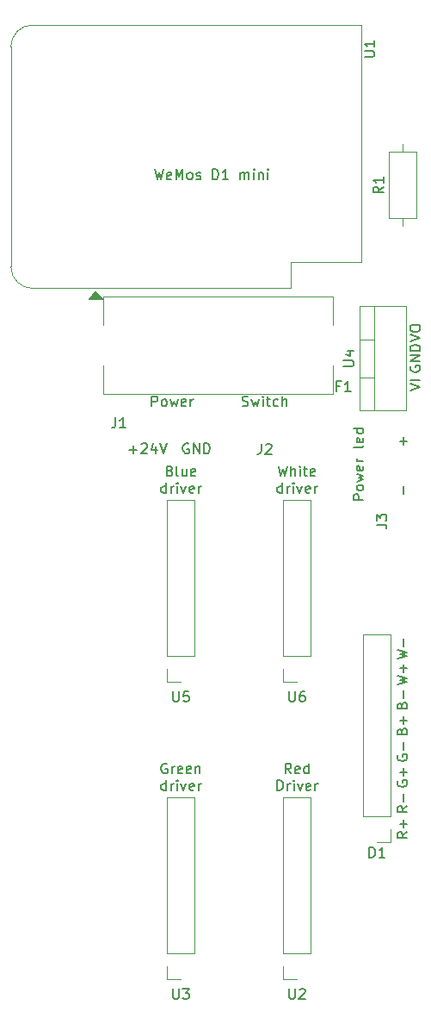
<source format=gto>
%TF.GenerationSoftware,KiCad,Pcbnew,(5.1.10)-1*%
%TF.CreationDate,2021-07-28T16:14:29+02:00*%
%TF.ProjectId,LEDBeam,4c454442-6561-46d2-9e6b-696361645f70,rev?*%
%TF.SameCoordinates,Original*%
%TF.FileFunction,Legend,Top*%
%TF.FilePolarity,Positive*%
%FSLAX46Y46*%
G04 Gerber Fmt 4.6, Leading zero omitted, Abs format (unit mm)*
G04 Created by KiCad (PCBNEW (5.1.10)-1) date 2021-07-28 16:14:29*
%MOMM*%
%LPD*%
G01*
G04 APERTURE LIST*
%ADD10C,0.150000*%
%ADD11C,0.120000*%
%ADD12O,1.700000X1.700000*%
%ADD13R,1.700000X1.700000*%
%ADD14O,2.000000X1.905000*%
%ADD15R,2.000000X1.905000*%
%ADD16O,1.600000X1.600000*%
%ADD17C,1.600000*%
%ADD18O,1.600000X2.000000*%
%ADD19R,2.000000X2.000000*%
%ADD20C,2.300000*%
%ADD21C,3.000000*%
G04 APERTURE END LIST*
D10*
X14748095Y-92273428D02*
X15510000Y-92273428D01*
X15129047Y-92654380D02*
X15129047Y-91892476D01*
X15938571Y-91749619D02*
X15986190Y-91702000D01*
X16081428Y-91654380D01*
X16319523Y-91654380D01*
X16414761Y-91702000D01*
X16462380Y-91749619D01*
X16510000Y-91844857D01*
X16510000Y-91940095D01*
X16462380Y-92082952D01*
X15890952Y-92654380D01*
X16510000Y-92654380D01*
X17367142Y-91987714D02*
X17367142Y-92654380D01*
X17129047Y-91606761D02*
X16890952Y-92321047D01*
X17510000Y-92321047D01*
X17748095Y-91654380D02*
X18081428Y-92654380D01*
X18414761Y-91654380D01*
X20574095Y-91702000D02*
X20478857Y-91654380D01*
X20336000Y-91654380D01*
X20193142Y-91702000D01*
X20097904Y-91797238D01*
X20050285Y-91892476D01*
X20002666Y-92082952D01*
X20002666Y-92225809D01*
X20050285Y-92416285D01*
X20097904Y-92511523D01*
X20193142Y-92606761D01*
X20336000Y-92654380D01*
X20431238Y-92654380D01*
X20574095Y-92606761D01*
X20621714Y-92559142D01*
X20621714Y-92225809D01*
X20431238Y-92225809D01*
X21050285Y-92654380D02*
X21050285Y-91654380D01*
X21621714Y-92654380D01*
X21621714Y-91654380D01*
X22097904Y-92654380D02*
X22097904Y-91654380D01*
X22336000Y-91654380D01*
X22478857Y-91702000D01*
X22574095Y-91797238D01*
X22621714Y-91892476D01*
X22669333Y-92082952D01*
X22669333Y-92225809D01*
X22621714Y-92416285D01*
X22574095Y-92511523D01*
X22478857Y-92606761D01*
X22336000Y-92654380D01*
X22097904Y-92654380D01*
X41727428Y-91820952D02*
X41727428Y-91059047D01*
X42108380Y-91440000D02*
X41346476Y-91440000D01*
X41727428Y-96646952D02*
X41727428Y-95885047D01*
X42426000Y-84073904D02*
X42378380Y-84169142D01*
X42378380Y-84312000D01*
X42426000Y-84454857D01*
X42521238Y-84550095D01*
X42616476Y-84597714D01*
X42806952Y-84645333D01*
X42949809Y-84645333D01*
X43140285Y-84597714D01*
X43235523Y-84550095D01*
X43330761Y-84454857D01*
X43378380Y-84312000D01*
X43378380Y-84216761D01*
X43330761Y-84073904D01*
X43283142Y-84026285D01*
X42949809Y-84026285D01*
X42949809Y-84216761D01*
X43378380Y-83597714D02*
X42378380Y-83597714D01*
X43378380Y-83026285D01*
X42378380Y-83026285D01*
X43378380Y-82550095D02*
X42378380Y-82550095D01*
X42378380Y-82312000D01*
X42426000Y-82169142D01*
X42521238Y-82073904D01*
X42616476Y-82026285D01*
X42806952Y-81978666D01*
X42949809Y-81978666D01*
X43140285Y-82026285D01*
X43235523Y-82073904D01*
X43330761Y-82169142D01*
X43378380Y-82312000D01*
X43378380Y-82550095D01*
X42378380Y-81629142D02*
X43378380Y-81295809D01*
X42378380Y-80962476D01*
X42378380Y-80438666D02*
X42378380Y-80248190D01*
X42426000Y-80152952D01*
X42521238Y-80057714D01*
X42711714Y-80010095D01*
X43045047Y-80010095D01*
X43235523Y-80057714D01*
X43330761Y-80152952D01*
X43378380Y-80248190D01*
X43378380Y-80438666D01*
X43330761Y-80533904D01*
X43235523Y-80629142D01*
X43045047Y-80676761D01*
X42711714Y-80676761D01*
X42521238Y-80629142D01*
X42426000Y-80533904D01*
X42378380Y-80438666D01*
X42378380Y-86423428D02*
X43378380Y-86090095D01*
X42378380Y-85756761D01*
X43378380Y-85423428D02*
X42378380Y-85423428D01*
X17240952Y-64730380D02*
X17479047Y-65730380D01*
X17669523Y-65016095D01*
X17860000Y-65730380D01*
X18098095Y-64730380D01*
X18860000Y-65682761D02*
X18764761Y-65730380D01*
X18574285Y-65730380D01*
X18479047Y-65682761D01*
X18431428Y-65587523D01*
X18431428Y-65206571D01*
X18479047Y-65111333D01*
X18574285Y-65063714D01*
X18764761Y-65063714D01*
X18860000Y-65111333D01*
X18907619Y-65206571D01*
X18907619Y-65301809D01*
X18431428Y-65397047D01*
X19336190Y-65730380D02*
X19336190Y-64730380D01*
X19669523Y-65444666D01*
X20002857Y-64730380D01*
X20002857Y-65730380D01*
X20621904Y-65730380D02*
X20526666Y-65682761D01*
X20479047Y-65635142D01*
X20431428Y-65539904D01*
X20431428Y-65254190D01*
X20479047Y-65158952D01*
X20526666Y-65111333D01*
X20621904Y-65063714D01*
X20764761Y-65063714D01*
X20860000Y-65111333D01*
X20907619Y-65158952D01*
X20955238Y-65254190D01*
X20955238Y-65539904D01*
X20907619Y-65635142D01*
X20860000Y-65682761D01*
X20764761Y-65730380D01*
X20621904Y-65730380D01*
X21336190Y-65682761D02*
X21431428Y-65730380D01*
X21621904Y-65730380D01*
X21717142Y-65682761D01*
X21764761Y-65587523D01*
X21764761Y-65539904D01*
X21717142Y-65444666D01*
X21621904Y-65397047D01*
X21479047Y-65397047D01*
X21383809Y-65349428D01*
X21336190Y-65254190D01*
X21336190Y-65206571D01*
X21383809Y-65111333D01*
X21479047Y-65063714D01*
X21621904Y-65063714D01*
X21717142Y-65111333D01*
X22955238Y-65730380D02*
X22955238Y-64730380D01*
X23193333Y-64730380D01*
X23336190Y-64778000D01*
X23431428Y-64873238D01*
X23479047Y-64968476D01*
X23526666Y-65158952D01*
X23526666Y-65301809D01*
X23479047Y-65492285D01*
X23431428Y-65587523D01*
X23336190Y-65682761D01*
X23193333Y-65730380D01*
X22955238Y-65730380D01*
X24479047Y-65730380D02*
X23907619Y-65730380D01*
X24193333Y-65730380D02*
X24193333Y-64730380D01*
X24098095Y-64873238D01*
X24002857Y-64968476D01*
X23907619Y-65016095D01*
X25669523Y-65730380D02*
X25669523Y-65063714D01*
X25669523Y-65158952D02*
X25717142Y-65111333D01*
X25812380Y-65063714D01*
X25955238Y-65063714D01*
X26050476Y-65111333D01*
X26098095Y-65206571D01*
X26098095Y-65730380D01*
X26098095Y-65206571D02*
X26145714Y-65111333D01*
X26240952Y-65063714D01*
X26383809Y-65063714D01*
X26479047Y-65111333D01*
X26526666Y-65206571D01*
X26526666Y-65730380D01*
X27002857Y-65730380D02*
X27002857Y-65063714D01*
X27002857Y-64730380D02*
X26955238Y-64778000D01*
X27002857Y-64825619D01*
X27050476Y-64778000D01*
X27002857Y-64730380D01*
X27002857Y-64825619D01*
X27479047Y-65063714D02*
X27479047Y-65730380D01*
X27479047Y-65158952D02*
X27526666Y-65111333D01*
X27621904Y-65063714D01*
X27764761Y-65063714D01*
X27860000Y-65111333D01*
X27907619Y-65206571D01*
X27907619Y-65730380D01*
X28383809Y-65730380D02*
X28383809Y-65063714D01*
X28383809Y-64730380D02*
X28336190Y-64778000D01*
X28383809Y-64825619D01*
X28431428Y-64778000D01*
X28383809Y-64730380D01*
X28383809Y-64825619D01*
X18740571Y-94353571D02*
X18883428Y-94401190D01*
X18931047Y-94448809D01*
X18978666Y-94544047D01*
X18978666Y-94686904D01*
X18931047Y-94782142D01*
X18883428Y-94829761D01*
X18788190Y-94877380D01*
X18407238Y-94877380D01*
X18407238Y-93877380D01*
X18740571Y-93877380D01*
X18835809Y-93925000D01*
X18883428Y-93972619D01*
X18931047Y-94067857D01*
X18931047Y-94163095D01*
X18883428Y-94258333D01*
X18835809Y-94305952D01*
X18740571Y-94353571D01*
X18407238Y-94353571D01*
X19550095Y-94877380D02*
X19454857Y-94829761D01*
X19407238Y-94734523D01*
X19407238Y-93877380D01*
X20359619Y-94210714D02*
X20359619Y-94877380D01*
X19931047Y-94210714D02*
X19931047Y-94734523D01*
X19978666Y-94829761D01*
X20073904Y-94877380D01*
X20216761Y-94877380D01*
X20312000Y-94829761D01*
X20359619Y-94782142D01*
X21216761Y-94829761D02*
X21121523Y-94877380D01*
X20931047Y-94877380D01*
X20835809Y-94829761D01*
X20788190Y-94734523D01*
X20788190Y-94353571D01*
X20835809Y-94258333D01*
X20931047Y-94210714D01*
X21121523Y-94210714D01*
X21216761Y-94258333D01*
X21264380Y-94353571D01*
X21264380Y-94448809D01*
X20788190Y-94544047D01*
X18359619Y-96527380D02*
X18359619Y-95527380D01*
X18359619Y-96479761D02*
X18264380Y-96527380D01*
X18073904Y-96527380D01*
X17978666Y-96479761D01*
X17931047Y-96432142D01*
X17883428Y-96336904D01*
X17883428Y-96051190D01*
X17931047Y-95955952D01*
X17978666Y-95908333D01*
X18073904Y-95860714D01*
X18264380Y-95860714D01*
X18359619Y-95908333D01*
X18835809Y-96527380D02*
X18835809Y-95860714D01*
X18835809Y-96051190D02*
X18883428Y-95955952D01*
X18931047Y-95908333D01*
X19026285Y-95860714D01*
X19121523Y-95860714D01*
X19454857Y-96527380D02*
X19454857Y-95860714D01*
X19454857Y-95527380D02*
X19407238Y-95575000D01*
X19454857Y-95622619D01*
X19502476Y-95575000D01*
X19454857Y-95527380D01*
X19454857Y-95622619D01*
X19835809Y-95860714D02*
X20073904Y-96527380D01*
X20312000Y-95860714D01*
X21073904Y-96479761D02*
X20978666Y-96527380D01*
X20788190Y-96527380D01*
X20692952Y-96479761D01*
X20645333Y-96384523D01*
X20645333Y-96003571D01*
X20692952Y-95908333D01*
X20788190Y-95860714D01*
X20978666Y-95860714D01*
X21073904Y-95908333D01*
X21121523Y-96003571D01*
X21121523Y-96098809D01*
X20645333Y-96194047D01*
X21550095Y-96527380D02*
X21550095Y-95860714D01*
X21550095Y-96051190D02*
X21597714Y-95955952D01*
X21645333Y-95908333D01*
X21740571Y-95860714D01*
X21835809Y-95860714D01*
X29408666Y-93877380D02*
X29646761Y-94877380D01*
X29837238Y-94163095D01*
X30027714Y-94877380D01*
X30265809Y-93877380D01*
X30646761Y-94877380D02*
X30646761Y-93877380D01*
X31075333Y-94877380D02*
X31075333Y-94353571D01*
X31027714Y-94258333D01*
X30932476Y-94210714D01*
X30789619Y-94210714D01*
X30694380Y-94258333D01*
X30646761Y-94305952D01*
X31551523Y-94877380D02*
X31551523Y-94210714D01*
X31551523Y-93877380D02*
X31503904Y-93925000D01*
X31551523Y-93972619D01*
X31599142Y-93925000D01*
X31551523Y-93877380D01*
X31551523Y-93972619D01*
X31884857Y-94210714D02*
X32265809Y-94210714D01*
X32027714Y-93877380D02*
X32027714Y-94734523D01*
X32075333Y-94829761D01*
X32170571Y-94877380D01*
X32265809Y-94877380D01*
X32980095Y-94829761D02*
X32884857Y-94877380D01*
X32694380Y-94877380D01*
X32599142Y-94829761D01*
X32551523Y-94734523D01*
X32551523Y-94353571D01*
X32599142Y-94258333D01*
X32694380Y-94210714D01*
X32884857Y-94210714D01*
X32980095Y-94258333D01*
X33027714Y-94353571D01*
X33027714Y-94448809D01*
X32551523Y-94544047D01*
X29789619Y-96527380D02*
X29789619Y-95527380D01*
X29789619Y-96479761D02*
X29694380Y-96527380D01*
X29503904Y-96527380D01*
X29408666Y-96479761D01*
X29361047Y-96432142D01*
X29313428Y-96336904D01*
X29313428Y-96051190D01*
X29361047Y-95955952D01*
X29408666Y-95908333D01*
X29503904Y-95860714D01*
X29694380Y-95860714D01*
X29789619Y-95908333D01*
X30265809Y-96527380D02*
X30265809Y-95860714D01*
X30265809Y-96051190D02*
X30313428Y-95955952D01*
X30361047Y-95908333D01*
X30456285Y-95860714D01*
X30551523Y-95860714D01*
X30884857Y-96527380D02*
X30884857Y-95860714D01*
X30884857Y-95527380D02*
X30837238Y-95575000D01*
X30884857Y-95622619D01*
X30932476Y-95575000D01*
X30884857Y-95527380D01*
X30884857Y-95622619D01*
X31265809Y-95860714D02*
X31503904Y-96527380D01*
X31742000Y-95860714D01*
X32503904Y-96479761D02*
X32408666Y-96527380D01*
X32218190Y-96527380D01*
X32122952Y-96479761D01*
X32075333Y-96384523D01*
X32075333Y-96003571D01*
X32122952Y-95908333D01*
X32218190Y-95860714D01*
X32408666Y-95860714D01*
X32503904Y-95908333D01*
X32551523Y-96003571D01*
X32551523Y-96098809D01*
X32075333Y-96194047D01*
X32980095Y-96527380D02*
X32980095Y-95860714D01*
X32980095Y-96051190D02*
X33027714Y-95955952D01*
X33075333Y-95908333D01*
X33170571Y-95860714D01*
X33265809Y-95860714D01*
X30670571Y-124087380D02*
X30337238Y-123611190D01*
X30099142Y-124087380D02*
X30099142Y-123087380D01*
X30480095Y-123087380D01*
X30575333Y-123135000D01*
X30622952Y-123182619D01*
X30670571Y-123277857D01*
X30670571Y-123420714D01*
X30622952Y-123515952D01*
X30575333Y-123563571D01*
X30480095Y-123611190D01*
X30099142Y-123611190D01*
X31480095Y-124039761D02*
X31384857Y-124087380D01*
X31194380Y-124087380D01*
X31099142Y-124039761D01*
X31051523Y-123944523D01*
X31051523Y-123563571D01*
X31099142Y-123468333D01*
X31194380Y-123420714D01*
X31384857Y-123420714D01*
X31480095Y-123468333D01*
X31527714Y-123563571D01*
X31527714Y-123658809D01*
X31051523Y-123754047D01*
X32384857Y-124087380D02*
X32384857Y-123087380D01*
X32384857Y-124039761D02*
X32289619Y-124087380D01*
X32099142Y-124087380D01*
X32003904Y-124039761D01*
X31956285Y-123992142D01*
X31908666Y-123896904D01*
X31908666Y-123611190D01*
X31956285Y-123515952D01*
X32003904Y-123468333D01*
X32099142Y-123420714D01*
X32289619Y-123420714D01*
X32384857Y-123468333D01*
X29313428Y-125737380D02*
X29313428Y-124737380D01*
X29551523Y-124737380D01*
X29694380Y-124785000D01*
X29789619Y-124880238D01*
X29837238Y-124975476D01*
X29884857Y-125165952D01*
X29884857Y-125308809D01*
X29837238Y-125499285D01*
X29789619Y-125594523D01*
X29694380Y-125689761D01*
X29551523Y-125737380D01*
X29313428Y-125737380D01*
X30313428Y-125737380D02*
X30313428Y-125070714D01*
X30313428Y-125261190D02*
X30361047Y-125165952D01*
X30408666Y-125118333D01*
X30503904Y-125070714D01*
X30599142Y-125070714D01*
X30932476Y-125737380D02*
X30932476Y-125070714D01*
X30932476Y-124737380D02*
X30884857Y-124785000D01*
X30932476Y-124832619D01*
X30980095Y-124785000D01*
X30932476Y-124737380D01*
X30932476Y-124832619D01*
X31313428Y-125070714D02*
X31551523Y-125737380D01*
X31789619Y-125070714D01*
X32551523Y-125689761D02*
X32456285Y-125737380D01*
X32265809Y-125737380D01*
X32170571Y-125689761D01*
X32122952Y-125594523D01*
X32122952Y-125213571D01*
X32170571Y-125118333D01*
X32265809Y-125070714D01*
X32456285Y-125070714D01*
X32551523Y-125118333D01*
X32599142Y-125213571D01*
X32599142Y-125308809D01*
X32122952Y-125404047D01*
X33027714Y-125737380D02*
X33027714Y-125070714D01*
X33027714Y-125261190D02*
X33075333Y-125165952D01*
X33122952Y-125118333D01*
X33218190Y-125070714D01*
X33313428Y-125070714D01*
X18454857Y-123135000D02*
X18359619Y-123087380D01*
X18216761Y-123087380D01*
X18073904Y-123135000D01*
X17978666Y-123230238D01*
X17931047Y-123325476D01*
X17883428Y-123515952D01*
X17883428Y-123658809D01*
X17931047Y-123849285D01*
X17978666Y-123944523D01*
X18073904Y-124039761D01*
X18216761Y-124087380D01*
X18312000Y-124087380D01*
X18454857Y-124039761D01*
X18502476Y-123992142D01*
X18502476Y-123658809D01*
X18312000Y-123658809D01*
X18931047Y-124087380D02*
X18931047Y-123420714D01*
X18931047Y-123611190D02*
X18978666Y-123515952D01*
X19026285Y-123468333D01*
X19121523Y-123420714D01*
X19216761Y-123420714D01*
X19931047Y-124039761D02*
X19835809Y-124087380D01*
X19645333Y-124087380D01*
X19550095Y-124039761D01*
X19502476Y-123944523D01*
X19502476Y-123563571D01*
X19550095Y-123468333D01*
X19645333Y-123420714D01*
X19835809Y-123420714D01*
X19931047Y-123468333D01*
X19978666Y-123563571D01*
X19978666Y-123658809D01*
X19502476Y-123754047D01*
X20788190Y-124039761D02*
X20692952Y-124087380D01*
X20502476Y-124087380D01*
X20407238Y-124039761D01*
X20359619Y-123944523D01*
X20359619Y-123563571D01*
X20407238Y-123468333D01*
X20502476Y-123420714D01*
X20692952Y-123420714D01*
X20788190Y-123468333D01*
X20835809Y-123563571D01*
X20835809Y-123658809D01*
X20359619Y-123754047D01*
X21264380Y-123420714D02*
X21264380Y-124087380D01*
X21264380Y-123515952D02*
X21312000Y-123468333D01*
X21407238Y-123420714D01*
X21550095Y-123420714D01*
X21645333Y-123468333D01*
X21692952Y-123563571D01*
X21692952Y-124087380D01*
X18359619Y-125737380D02*
X18359619Y-124737380D01*
X18359619Y-125689761D02*
X18264380Y-125737380D01*
X18073904Y-125737380D01*
X17978666Y-125689761D01*
X17931047Y-125642142D01*
X17883428Y-125546904D01*
X17883428Y-125261190D01*
X17931047Y-125165952D01*
X17978666Y-125118333D01*
X18073904Y-125070714D01*
X18264380Y-125070714D01*
X18359619Y-125118333D01*
X18835809Y-125737380D02*
X18835809Y-125070714D01*
X18835809Y-125261190D02*
X18883428Y-125165952D01*
X18931047Y-125118333D01*
X19026285Y-125070714D01*
X19121523Y-125070714D01*
X19454857Y-125737380D02*
X19454857Y-125070714D01*
X19454857Y-124737380D02*
X19407238Y-124785000D01*
X19454857Y-124832619D01*
X19502476Y-124785000D01*
X19454857Y-124737380D01*
X19454857Y-124832619D01*
X19835809Y-125070714D02*
X20073904Y-125737380D01*
X20312000Y-125070714D01*
X21073904Y-125689761D02*
X20978666Y-125737380D01*
X20788190Y-125737380D01*
X20692952Y-125689761D01*
X20645333Y-125594523D01*
X20645333Y-125213571D01*
X20692952Y-125118333D01*
X20788190Y-125070714D01*
X20978666Y-125070714D01*
X21073904Y-125118333D01*
X21121523Y-125213571D01*
X21121523Y-125308809D01*
X20645333Y-125404047D01*
X21550095Y-125737380D02*
X21550095Y-125070714D01*
X21550095Y-125261190D02*
X21597714Y-125165952D01*
X21645333Y-125118333D01*
X21740571Y-125070714D01*
X21835809Y-125070714D01*
X41108380Y-112807619D02*
X42108380Y-112569523D01*
X41394095Y-112379047D01*
X42108380Y-112188571D01*
X41108380Y-111950476D01*
X41727428Y-111569523D02*
X41727428Y-110807619D01*
X41108380Y-115347619D02*
X42108380Y-115109523D01*
X41394095Y-114919047D01*
X42108380Y-114728571D01*
X41108380Y-114490476D01*
X41727428Y-114109523D02*
X41727428Y-113347619D01*
X42108380Y-113728571D02*
X41346476Y-113728571D01*
X41584571Y-117387619D02*
X41632190Y-117244761D01*
X41679809Y-117197142D01*
X41775047Y-117149523D01*
X41917904Y-117149523D01*
X42013142Y-117197142D01*
X42060761Y-117244761D01*
X42108380Y-117340000D01*
X42108380Y-117720952D01*
X41108380Y-117720952D01*
X41108380Y-117387619D01*
X41156000Y-117292380D01*
X41203619Y-117244761D01*
X41298857Y-117197142D01*
X41394095Y-117197142D01*
X41489333Y-117244761D01*
X41536952Y-117292380D01*
X41584571Y-117387619D01*
X41584571Y-117720952D01*
X41727428Y-116720952D02*
X41727428Y-115959047D01*
X41584571Y-119927619D02*
X41632190Y-119784761D01*
X41679809Y-119737142D01*
X41775047Y-119689523D01*
X41917904Y-119689523D01*
X42013142Y-119737142D01*
X42060761Y-119784761D01*
X42108380Y-119880000D01*
X42108380Y-120260952D01*
X41108380Y-120260952D01*
X41108380Y-119927619D01*
X41156000Y-119832380D01*
X41203619Y-119784761D01*
X41298857Y-119737142D01*
X41394095Y-119737142D01*
X41489333Y-119784761D01*
X41536952Y-119832380D01*
X41584571Y-119927619D01*
X41584571Y-120260952D01*
X41727428Y-119260952D02*
X41727428Y-118499047D01*
X42108380Y-118880000D02*
X41346476Y-118880000D01*
X41156000Y-122277142D02*
X41108380Y-122372380D01*
X41108380Y-122515238D01*
X41156000Y-122658095D01*
X41251238Y-122753333D01*
X41346476Y-122800952D01*
X41536952Y-122848571D01*
X41679809Y-122848571D01*
X41870285Y-122800952D01*
X41965523Y-122753333D01*
X42060761Y-122658095D01*
X42108380Y-122515238D01*
X42108380Y-122420000D01*
X42060761Y-122277142D01*
X42013142Y-122229523D01*
X41679809Y-122229523D01*
X41679809Y-122420000D01*
X41727428Y-121800952D02*
X41727428Y-121039047D01*
X41156000Y-124817142D02*
X41108380Y-124912380D01*
X41108380Y-125055238D01*
X41156000Y-125198095D01*
X41251238Y-125293333D01*
X41346476Y-125340952D01*
X41536952Y-125388571D01*
X41679809Y-125388571D01*
X41870285Y-125340952D01*
X41965523Y-125293333D01*
X42060761Y-125198095D01*
X42108380Y-125055238D01*
X42108380Y-124960000D01*
X42060761Y-124817142D01*
X42013142Y-124769523D01*
X41679809Y-124769523D01*
X41679809Y-124960000D01*
X41727428Y-124340952D02*
X41727428Y-123579047D01*
X42108380Y-123960000D02*
X41346476Y-123960000D01*
X42108380Y-127309523D02*
X41632190Y-127642857D01*
X42108380Y-127880952D02*
X41108380Y-127880952D01*
X41108380Y-127500000D01*
X41156000Y-127404761D01*
X41203619Y-127357142D01*
X41298857Y-127309523D01*
X41441714Y-127309523D01*
X41536952Y-127357142D01*
X41584571Y-127404761D01*
X41632190Y-127500000D01*
X41632190Y-127880952D01*
X41727428Y-126880952D02*
X41727428Y-126119047D01*
X42108380Y-129849523D02*
X41632190Y-130182857D01*
X42108380Y-130420952D02*
X41108380Y-130420952D01*
X41108380Y-130040000D01*
X41156000Y-129944761D01*
X41203619Y-129897142D01*
X41298857Y-129849523D01*
X41441714Y-129849523D01*
X41536952Y-129897142D01*
X41584571Y-129944761D01*
X41632190Y-130040000D01*
X41632190Y-130420952D01*
X41727428Y-129420952D02*
X41727428Y-128659047D01*
X42108380Y-129040000D02*
X41346476Y-129040000D01*
D11*
%TO.C,U6*%
X31242000Y-115122000D02*
X29912000Y-115122000D01*
X29912000Y-115122000D02*
X29912000Y-113792000D01*
X29912000Y-112522000D02*
X29912000Y-97222000D01*
X32572000Y-97222000D02*
X29912000Y-97222000D01*
X32572000Y-112522000D02*
X32572000Y-97222000D01*
X32572000Y-112522000D02*
X29912000Y-112522000D01*
%TO.C,U5*%
X19812000Y-115122000D02*
X18482000Y-115122000D01*
X18482000Y-115122000D02*
X18482000Y-113792000D01*
X18482000Y-112522000D02*
X18482000Y-97222000D01*
X21142000Y-97222000D02*
X18482000Y-97222000D01*
X21142000Y-112522000D02*
X21142000Y-97222000D01*
X21142000Y-112522000D02*
X18482000Y-112522000D01*
%TO.C,U3*%
X19812000Y-144332000D02*
X18482000Y-144332000D01*
X18482000Y-144332000D02*
X18482000Y-143002000D01*
X18482000Y-141732000D02*
X18482000Y-126432000D01*
X21142000Y-126432000D02*
X18482000Y-126432000D01*
X21142000Y-141732000D02*
X21142000Y-126432000D01*
X21142000Y-141732000D02*
X18482000Y-141732000D01*
%TO.C,U2*%
X31242000Y-144332000D02*
X29912000Y-144332000D01*
X29912000Y-144332000D02*
X29912000Y-143002000D01*
X29912000Y-141732000D02*
X29912000Y-126432000D01*
X32572000Y-126432000D02*
X29912000Y-126432000D01*
X32572000Y-141732000D02*
X32572000Y-126432000D01*
X32572000Y-141732000D02*
X29912000Y-141732000D01*
%TO.C,U4*%
X37370000Y-88432000D02*
X37370000Y-78192000D01*
X42011000Y-88432000D02*
X42011000Y-78192000D01*
X37370000Y-88432000D02*
X42011000Y-88432000D01*
X37370000Y-78192000D02*
X42011000Y-78192000D01*
X38880000Y-88432000D02*
X38880000Y-78192000D01*
X37370000Y-85162000D02*
X38880000Y-85162000D01*
X37370000Y-81461000D02*
X38880000Y-81461000D01*
%TO.C,R1*%
X41656000Y-62254000D02*
X41656000Y-63024000D01*
X41656000Y-70334000D02*
X41656000Y-69564000D01*
X40286000Y-63024000D02*
X40286000Y-69564000D01*
X43026000Y-63024000D02*
X40286000Y-63024000D01*
X43026000Y-69564000D02*
X43026000Y-63024000D01*
X40286000Y-69564000D02*
X43026000Y-69564000D01*
%TO.C,U1*%
X37550000Y-73890000D02*
X37550000Y-50570000D01*
X30650000Y-76430000D02*
X5220000Y-76430000D01*
X37550000Y-50570000D02*
X5220000Y-50570000D01*
X3090000Y-52690000D02*
X3090000Y-74300000D01*
D10*
G36*
X10795000Y-77470000D02*
G01*
X12065000Y-77470000D01*
X11430000Y-76835000D01*
X10795000Y-77470000D01*
G37*
X10795000Y-77470000D02*
X12065000Y-77470000D01*
X11430000Y-76835000D01*
X10795000Y-77470000D01*
D11*
X30650000Y-76430000D02*
X30650000Y-73890000D01*
X30650000Y-73890000D02*
X37550000Y-73890000D01*
X3090000Y-52700000D02*
G75*
G02*
X5220000Y-50570000I2130000J0D01*
G01*
X5220000Y-76430000D02*
G75*
G02*
X3090000Y-74300000I0J2130000D01*
G01*
%TO.C,F1*%
X12198000Y-77242000D02*
X12198000Y-80042000D01*
X12198000Y-84042000D02*
X12198000Y-86842000D01*
X34798000Y-84042000D02*
X34798000Y-86842000D01*
X34798000Y-86842000D02*
X12198000Y-86842000D01*
X34798000Y-77242000D02*
X12198000Y-77242000D01*
X34798000Y-77242000D02*
X34798000Y-80042000D01*
%TO.C,D1*%
X40446000Y-110430000D02*
X37786000Y-110430000D01*
X40446000Y-128270000D02*
X40446000Y-110430000D01*
X37786000Y-128270000D02*
X37786000Y-110430000D01*
X40446000Y-128270000D02*
X37786000Y-128270000D01*
X40446000Y-129540000D02*
X40446000Y-130870000D01*
X40446000Y-130870000D02*
X39116000Y-130870000D01*
%TO.C,U6*%
D10*
X30480095Y-116014380D02*
X30480095Y-116823904D01*
X30527714Y-116919142D01*
X30575333Y-116966761D01*
X30670571Y-117014380D01*
X30861047Y-117014380D01*
X30956285Y-116966761D01*
X31003904Y-116919142D01*
X31051523Y-116823904D01*
X31051523Y-116014380D01*
X31956285Y-116014380D02*
X31765809Y-116014380D01*
X31670571Y-116062000D01*
X31622952Y-116109619D01*
X31527714Y-116252476D01*
X31480095Y-116442952D01*
X31480095Y-116823904D01*
X31527714Y-116919142D01*
X31575333Y-116966761D01*
X31670571Y-117014380D01*
X31861047Y-117014380D01*
X31956285Y-116966761D01*
X32003904Y-116919142D01*
X32051523Y-116823904D01*
X32051523Y-116585809D01*
X32003904Y-116490571D01*
X31956285Y-116442952D01*
X31861047Y-116395333D01*
X31670571Y-116395333D01*
X31575333Y-116442952D01*
X31527714Y-116490571D01*
X31480095Y-116585809D01*
%TO.C,U5*%
X19050095Y-116014380D02*
X19050095Y-116823904D01*
X19097714Y-116919142D01*
X19145333Y-116966761D01*
X19240571Y-117014380D01*
X19431047Y-117014380D01*
X19526285Y-116966761D01*
X19573904Y-116919142D01*
X19621523Y-116823904D01*
X19621523Y-116014380D01*
X20573904Y-116014380D02*
X20097714Y-116014380D01*
X20050095Y-116490571D01*
X20097714Y-116442952D01*
X20192952Y-116395333D01*
X20431047Y-116395333D01*
X20526285Y-116442952D01*
X20573904Y-116490571D01*
X20621523Y-116585809D01*
X20621523Y-116823904D01*
X20573904Y-116919142D01*
X20526285Y-116966761D01*
X20431047Y-117014380D01*
X20192952Y-117014380D01*
X20097714Y-116966761D01*
X20050095Y-116919142D01*
%TO.C,U3*%
X19050095Y-145224380D02*
X19050095Y-146033904D01*
X19097714Y-146129142D01*
X19145333Y-146176761D01*
X19240571Y-146224380D01*
X19431047Y-146224380D01*
X19526285Y-146176761D01*
X19573904Y-146129142D01*
X19621523Y-146033904D01*
X19621523Y-145224380D01*
X20002476Y-145224380D02*
X20621523Y-145224380D01*
X20288190Y-145605333D01*
X20431047Y-145605333D01*
X20526285Y-145652952D01*
X20573904Y-145700571D01*
X20621523Y-145795809D01*
X20621523Y-146033904D01*
X20573904Y-146129142D01*
X20526285Y-146176761D01*
X20431047Y-146224380D01*
X20145333Y-146224380D01*
X20050095Y-146176761D01*
X20002476Y-146129142D01*
%TO.C,U2*%
X30480095Y-145224380D02*
X30480095Y-146033904D01*
X30527714Y-146129142D01*
X30575333Y-146176761D01*
X30670571Y-146224380D01*
X30861047Y-146224380D01*
X30956285Y-146176761D01*
X31003904Y-146129142D01*
X31051523Y-146033904D01*
X31051523Y-145224380D01*
X31480095Y-145319619D02*
X31527714Y-145272000D01*
X31622952Y-145224380D01*
X31861047Y-145224380D01*
X31956285Y-145272000D01*
X32003904Y-145319619D01*
X32051523Y-145414857D01*
X32051523Y-145510095D01*
X32003904Y-145652952D01*
X31432476Y-146224380D01*
X32051523Y-146224380D01*
%TO.C,U4*%
X35822380Y-84073904D02*
X36631904Y-84073904D01*
X36727142Y-84026285D01*
X36774761Y-83978666D01*
X36822380Y-83883428D01*
X36822380Y-83692952D01*
X36774761Y-83597714D01*
X36727142Y-83550095D01*
X36631904Y-83502476D01*
X35822380Y-83502476D01*
X36155714Y-82597714D02*
X36822380Y-82597714D01*
X35774761Y-82835809D02*
X36489047Y-83073904D01*
X36489047Y-82454857D01*
%TO.C,R1*%
X39738380Y-66460666D02*
X39262190Y-66794000D01*
X39738380Y-67032095D02*
X38738380Y-67032095D01*
X38738380Y-66651142D01*
X38786000Y-66555904D01*
X38833619Y-66508285D01*
X38928857Y-66460666D01*
X39071714Y-66460666D01*
X39166952Y-66508285D01*
X39214571Y-66555904D01*
X39262190Y-66651142D01*
X39262190Y-67032095D01*
X39738380Y-65508285D02*
X39738380Y-66079714D01*
X39738380Y-65794000D02*
X38738380Y-65794000D01*
X38881238Y-65889238D01*
X38976476Y-65984476D01*
X39024095Y-66079714D01*
%TO.C,U1*%
X37882380Y-53691904D02*
X38691904Y-53691904D01*
X38787142Y-53644285D01*
X38834761Y-53596666D01*
X38882380Y-53501428D01*
X38882380Y-53310952D01*
X38834761Y-53215714D01*
X38787142Y-53168095D01*
X38691904Y-53120476D01*
X37882380Y-53120476D01*
X38882380Y-52120476D02*
X38882380Y-52691904D01*
X38882380Y-52406190D02*
X37882380Y-52406190D01*
X38025238Y-52501428D01*
X38120476Y-52596666D01*
X38168095Y-52691904D01*
%TO.C,J3*%
X39076380Y-99647333D02*
X39790666Y-99647333D01*
X39933523Y-99694952D01*
X40028761Y-99790190D01*
X40076380Y-99933047D01*
X40076380Y-100028285D01*
X39076380Y-99266380D02*
X39076380Y-98647333D01*
X39457333Y-98980666D01*
X39457333Y-98837809D01*
X39504952Y-98742571D01*
X39552571Y-98694952D01*
X39647809Y-98647333D01*
X39885904Y-98647333D01*
X39981142Y-98694952D01*
X40028761Y-98742571D01*
X40076380Y-98837809D01*
X40076380Y-99123523D01*
X40028761Y-99218761D01*
X39981142Y-99266380D01*
X37790380Y-97226000D02*
X36790380Y-97226000D01*
X36790380Y-96845047D01*
X36838000Y-96749809D01*
X36885619Y-96702190D01*
X36980857Y-96654571D01*
X37123714Y-96654571D01*
X37218952Y-96702190D01*
X37266571Y-96749809D01*
X37314190Y-96845047D01*
X37314190Y-97226000D01*
X37790380Y-96083142D02*
X37742761Y-96178380D01*
X37695142Y-96226000D01*
X37599904Y-96273619D01*
X37314190Y-96273619D01*
X37218952Y-96226000D01*
X37171333Y-96178380D01*
X37123714Y-96083142D01*
X37123714Y-95940285D01*
X37171333Y-95845047D01*
X37218952Y-95797428D01*
X37314190Y-95749809D01*
X37599904Y-95749809D01*
X37695142Y-95797428D01*
X37742761Y-95845047D01*
X37790380Y-95940285D01*
X37790380Y-96083142D01*
X37123714Y-95416476D02*
X37790380Y-95226000D01*
X37314190Y-95035523D01*
X37790380Y-94845047D01*
X37123714Y-94654571D01*
X37742761Y-93892666D02*
X37790380Y-93987904D01*
X37790380Y-94178380D01*
X37742761Y-94273619D01*
X37647523Y-94321238D01*
X37266571Y-94321238D01*
X37171333Y-94273619D01*
X37123714Y-94178380D01*
X37123714Y-93987904D01*
X37171333Y-93892666D01*
X37266571Y-93845047D01*
X37361809Y-93845047D01*
X37457047Y-94321238D01*
X37790380Y-93416476D02*
X37123714Y-93416476D01*
X37314190Y-93416476D02*
X37218952Y-93368857D01*
X37171333Y-93321238D01*
X37123714Y-93226000D01*
X37123714Y-93130761D01*
X37790380Y-91892666D02*
X37742761Y-91987904D01*
X37647523Y-92035523D01*
X36790380Y-92035523D01*
X37742761Y-91130761D02*
X37790380Y-91226000D01*
X37790380Y-91416476D01*
X37742761Y-91511714D01*
X37647523Y-91559333D01*
X37266571Y-91559333D01*
X37171333Y-91511714D01*
X37123714Y-91416476D01*
X37123714Y-91226000D01*
X37171333Y-91130761D01*
X37266571Y-91083142D01*
X37361809Y-91083142D01*
X37457047Y-91559333D01*
X37790380Y-90226000D02*
X36790380Y-90226000D01*
X37742761Y-90226000D02*
X37790380Y-90321238D01*
X37790380Y-90511714D01*
X37742761Y-90606952D01*
X37695142Y-90654571D01*
X37599904Y-90702190D01*
X37314190Y-90702190D01*
X37218952Y-90654571D01*
X37171333Y-90606952D01*
X37123714Y-90511714D01*
X37123714Y-90321238D01*
X37171333Y-90226000D01*
%TO.C,J2*%
X27746666Y-91718380D02*
X27746666Y-92432666D01*
X27699047Y-92575523D01*
X27603809Y-92670761D01*
X27460952Y-92718380D01*
X27365714Y-92718380D01*
X28175238Y-91813619D02*
X28222857Y-91766000D01*
X28318095Y-91718380D01*
X28556190Y-91718380D01*
X28651428Y-91766000D01*
X28699047Y-91813619D01*
X28746666Y-91908857D01*
X28746666Y-92004095D01*
X28699047Y-92146952D01*
X28127619Y-92718380D01*
X28746666Y-92718380D01*
X25865714Y-87970761D02*
X26008571Y-88018380D01*
X26246666Y-88018380D01*
X26341904Y-87970761D01*
X26389523Y-87923142D01*
X26437142Y-87827904D01*
X26437142Y-87732666D01*
X26389523Y-87637428D01*
X26341904Y-87589809D01*
X26246666Y-87542190D01*
X26056190Y-87494571D01*
X25960952Y-87446952D01*
X25913333Y-87399333D01*
X25865714Y-87304095D01*
X25865714Y-87208857D01*
X25913333Y-87113619D01*
X25960952Y-87066000D01*
X26056190Y-87018380D01*
X26294285Y-87018380D01*
X26437142Y-87066000D01*
X26770476Y-87351714D02*
X26960952Y-88018380D01*
X27151428Y-87542190D01*
X27341904Y-88018380D01*
X27532380Y-87351714D01*
X27913333Y-88018380D02*
X27913333Y-87351714D01*
X27913333Y-87018380D02*
X27865714Y-87066000D01*
X27913333Y-87113619D01*
X27960952Y-87066000D01*
X27913333Y-87018380D01*
X27913333Y-87113619D01*
X28246666Y-87351714D02*
X28627619Y-87351714D01*
X28389523Y-87018380D02*
X28389523Y-87875523D01*
X28437142Y-87970761D01*
X28532380Y-88018380D01*
X28627619Y-88018380D01*
X29389523Y-87970761D02*
X29294285Y-88018380D01*
X29103809Y-88018380D01*
X29008571Y-87970761D01*
X28960952Y-87923142D01*
X28913333Y-87827904D01*
X28913333Y-87542190D01*
X28960952Y-87446952D01*
X29008571Y-87399333D01*
X29103809Y-87351714D01*
X29294285Y-87351714D01*
X29389523Y-87399333D01*
X29818095Y-88018380D02*
X29818095Y-87018380D01*
X30246666Y-88018380D02*
X30246666Y-87494571D01*
X30199047Y-87399333D01*
X30103809Y-87351714D01*
X29960952Y-87351714D01*
X29865714Y-87399333D01*
X29818095Y-87446952D01*
%TO.C,J1*%
X13382666Y-89114380D02*
X13382666Y-89828666D01*
X13335047Y-89971523D01*
X13239809Y-90066761D01*
X13096952Y-90114380D01*
X13001714Y-90114380D01*
X14382666Y-90114380D02*
X13811238Y-90114380D01*
X14096952Y-90114380D02*
X14096952Y-89114380D01*
X14001714Y-89257238D01*
X13906476Y-89352476D01*
X13811238Y-89400095D01*
X16959809Y-88018380D02*
X16959809Y-87018380D01*
X17340761Y-87018380D01*
X17436000Y-87066000D01*
X17483619Y-87113619D01*
X17531238Y-87208857D01*
X17531238Y-87351714D01*
X17483619Y-87446952D01*
X17436000Y-87494571D01*
X17340761Y-87542190D01*
X16959809Y-87542190D01*
X18102666Y-88018380D02*
X18007428Y-87970761D01*
X17959809Y-87923142D01*
X17912190Y-87827904D01*
X17912190Y-87542190D01*
X17959809Y-87446952D01*
X18007428Y-87399333D01*
X18102666Y-87351714D01*
X18245523Y-87351714D01*
X18340761Y-87399333D01*
X18388380Y-87446952D01*
X18436000Y-87542190D01*
X18436000Y-87827904D01*
X18388380Y-87923142D01*
X18340761Y-87970761D01*
X18245523Y-88018380D01*
X18102666Y-88018380D01*
X18769333Y-87351714D02*
X18959809Y-88018380D01*
X19150285Y-87542190D01*
X19340761Y-88018380D01*
X19531238Y-87351714D01*
X20293142Y-87970761D02*
X20197904Y-88018380D01*
X20007428Y-88018380D01*
X19912190Y-87970761D01*
X19864571Y-87875523D01*
X19864571Y-87494571D01*
X19912190Y-87399333D01*
X20007428Y-87351714D01*
X20197904Y-87351714D01*
X20293142Y-87399333D01*
X20340761Y-87494571D01*
X20340761Y-87589809D01*
X19864571Y-87685047D01*
X20769333Y-88018380D02*
X20769333Y-87351714D01*
X20769333Y-87542190D02*
X20816952Y-87446952D01*
X20864571Y-87399333D01*
X20959809Y-87351714D01*
X21055047Y-87351714D01*
%TO.C,F1*%
X35480666Y-86034571D02*
X35147333Y-86034571D01*
X35147333Y-86558380D02*
X35147333Y-85558380D01*
X35623523Y-85558380D01*
X36528285Y-86558380D02*
X35956857Y-86558380D01*
X36242571Y-86558380D02*
X36242571Y-85558380D01*
X36147333Y-85701238D01*
X36052095Y-85796476D01*
X35956857Y-85844095D01*
%TO.C,D1*%
X38377904Y-132322380D02*
X38377904Y-131322380D01*
X38616000Y-131322380D01*
X38758857Y-131370000D01*
X38854095Y-131465238D01*
X38901714Y-131560476D01*
X38949333Y-131750952D01*
X38949333Y-131893809D01*
X38901714Y-132084285D01*
X38854095Y-132179523D01*
X38758857Y-132274761D01*
X38616000Y-132322380D01*
X38377904Y-132322380D01*
X39901714Y-132322380D02*
X39330285Y-132322380D01*
X39616000Y-132322380D02*
X39616000Y-131322380D01*
X39520761Y-131465238D01*
X39425523Y-131560476D01*
X39330285Y-131608095D01*
%TD*%
%LPC*%
D12*
%TO.C,U6*%
X31242000Y-98552000D03*
X31242000Y-101092000D03*
X31242000Y-103632000D03*
X31242000Y-106172000D03*
X31242000Y-108712000D03*
X31242000Y-111252000D03*
D13*
X31242000Y-113792000D03*
%TD*%
D12*
%TO.C,U5*%
X19812000Y-98552000D03*
X19812000Y-101092000D03*
X19812000Y-103632000D03*
X19812000Y-106172000D03*
X19812000Y-108712000D03*
X19812000Y-111252000D03*
D13*
X19812000Y-113792000D03*
%TD*%
D12*
%TO.C,U3*%
X19812000Y-127762000D03*
X19812000Y-130302000D03*
X19812000Y-132842000D03*
X19812000Y-135382000D03*
X19812000Y-137922000D03*
X19812000Y-140462000D03*
D13*
X19812000Y-143002000D03*
%TD*%
D12*
%TO.C,U2*%
X31242000Y-127762000D03*
X31242000Y-130302000D03*
X31242000Y-132842000D03*
X31242000Y-135382000D03*
X31242000Y-137922000D03*
X31242000Y-140462000D03*
D13*
X31242000Y-143002000D03*
%TD*%
D14*
%TO.C,U4*%
X40640000Y-80772000D03*
X40640000Y-83312000D03*
D15*
X40640000Y-85852000D03*
%TD*%
D16*
%TO.C,R1*%
X41656000Y-61214000D03*
D17*
X41656000Y-71374000D03*
%TD*%
D18*
%TO.C,U1*%
X11430000Y-52070000D03*
X13970000Y-52070000D03*
X16510000Y-52070000D03*
X19050000Y-52070000D03*
X21590000Y-52070000D03*
X24130000Y-52070000D03*
X26670000Y-52070000D03*
X29210000Y-52070000D03*
X29210000Y-74930000D03*
X26670000Y-74930000D03*
X24130000Y-74930000D03*
X21590000Y-74930000D03*
X19050000Y-74930000D03*
X16510000Y-74930000D03*
D19*
X11430000Y-74930000D03*
D18*
X13970000Y-74930000D03*
%TD*%
%TO.C,J3*%
G36*
G01*
X40524001Y-97390000D02*
X38723999Y-97390000D01*
G75*
G02*
X38474000Y-97140001I0J249999D01*
G01*
X38474000Y-95339999D01*
G75*
G02*
X38723999Y-95090000I249999J0D01*
G01*
X40524001Y-95090000D01*
G75*
G02*
X40774000Y-95339999I0J-249999D01*
G01*
X40774000Y-97140001D01*
G75*
G02*
X40524001Y-97390000I-249999J0D01*
G01*
G37*
D20*
X39624000Y-91440000D03*
%TD*%
%TO.C,J2*%
X25680000Y-89916000D03*
G36*
G01*
X31630000Y-89015999D02*
X31630000Y-90816001D01*
G75*
G02*
X31380001Y-91066000I-249999J0D01*
G01*
X29579999Y-91066000D01*
G75*
G02*
X29330000Y-90816001I0J249999D01*
G01*
X29330000Y-89015999D01*
G75*
G02*
X29579999Y-88766000I249999J0D01*
G01*
X31380001Y-88766000D01*
G75*
G02*
X31630000Y-89015999I0J-249999D01*
G01*
G37*
%TD*%
%TO.C,J1*%
X16536000Y-89916000D03*
G36*
G01*
X22486000Y-89015999D02*
X22486000Y-90816001D01*
G75*
G02*
X22236001Y-91066000I-249999J0D01*
G01*
X20435999Y-91066000D01*
G75*
G02*
X20186000Y-90816001I0J249999D01*
G01*
X20186000Y-89015999D01*
G75*
G02*
X20435999Y-88766000I249999J0D01*
G01*
X22236001Y-88766000D01*
G75*
G02*
X22486000Y-89015999I0J-249999D01*
G01*
G37*
%TD*%
D21*
%TO.C,F1*%
X12198000Y-82042000D03*
X34798000Y-82042000D03*
%TD*%
D12*
%TO.C,D1*%
X39116000Y-111760000D03*
X39116000Y-114300000D03*
X39116000Y-116840000D03*
X39116000Y-119380000D03*
X39116000Y-121920000D03*
X39116000Y-124460000D03*
X39116000Y-127000000D03*
D13*
X39116000Y-129540000D03*
%TD*%
M02*

</source>
